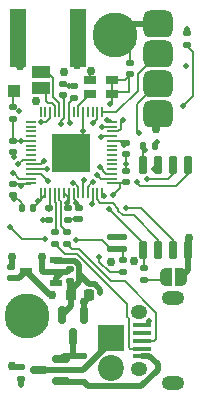
<source format=gbr>
%TF.GenerationSoftware,KiCad,Pcbnew,8.0.0*%
%TF.CreationDate,2025-01-24T21:55:31-08:00*%
%TF.ProjectId,Hope,486f7065-2e6b-4696-9361-645f70636258,rev?*%
%TF.SameCoordinates,Original*%
%TF.FileFunction,Copper,L1,Top*%
%TF.FilePolarity,Positive*%
%FSLAX46Y46*%
G04 Gerber Fmt 4.6, Leading zero omitted, Abs format (unit mm)*
G04 Created by KiCad (PCBNEW 8.0.0) date 2025-01-24 21:55:31*
%MOMM*%
%LPD*%
G01*
G04 APERTURE LIST*
G04 Aperture macros list*
%AMRoundRect*
0 Rectangle with rounded corners*
0 $1 Rounding radius*
0 $2 $3 $4 $5 $6 $7 $8 $9 X,Y pos of 4 corners*
0 Add a 4 corners polygon primitive as box body*
4,1,4,$2,$3,$4,$5,$6,$7,$8,$9,$2,$3,0*
0 Add four circle primitives for the rounded corners*
1,1,$1+$1,$2,$3*
1,1,$1+$1,$4,$5*
1,1,$1+$1,$6,$7*
1,1,$1+$1,$8,$9*
0 Add four rect primitives between the rounded corners*
20,1,$1+$1,$2,$3,$4,$5,0*
20,1,$1+$1,$4,$5,$6,$7,0*
20,1,$1+$1,$6,$7,$8,$9,0*
20,1,$1+$1,$8,$9,$2,$3,0*%
%AMFreePoly0*
4,1,19,0.500000,-0.750000,0.000000,-0.750000,0.000000,-0.744911,-0.071157,-0.744911,-0.207708,-0.704816,-0.327430,-0.627875,-0.420627,-0.520320,-0.479746,-0.390866,-0.500000,-0.250000,-0.500000,0.250000,-0.479746,0.390866,-0.420627,0.520320,-0.327430,0.627875,-0.207708,0.704816,-0.071157,0.744911,0.000000,0.744911,0.000000,0.750000,0.500000,0.750000,0.500000,-0.750000,0.500000,-0.750000,
$1*%
%AMFreePoly1*
4,1,19,0.000000,0.744911,0.071157,0.744911,0.207708,0.704816,0.327430,0.627875,0.420627,0.520320,0.479746,0.390866,0.500000,0.250000,0.500000,-0.250000,0.479746,-0.390866,0.420627,-0.520320,0.327430,-0.627875,0.207708,-0.704816,0.071157,-0.744911,0.000000,-0.744911,0.000000,-0.750000,-0.500000,-0.750000,-0.500000,0.750000,0.000000,0.750000,0.000000,0.744911,0.000000,0.744911,
$1*%
G04 Aperture macros list end*
%TA.AperFunction,SMDPad,CuDef*%
%ADD10FreePoly0,180.000000*%
%TD*%
%TA.AperFunction,SMDPad,CuDef*%
%ADD11FreePoly1,180.000000*%
%TD*%
%TA.AperFunction,SMDPad,CuDef*%
%ADD12RoundRect,0.140000X-0.170000X0.140000X-0.170000X-0.140000X0.170000X-0.140000X0.170000X0.140000X0*%
%TD*%
%TA.AperFunction,SMDPad,CuDef*%
%ADD13RoundRect,0.140000X0.170000X-0.140000X0.170000X0.140000X-0.170000X0.140000X-0.170000X-0.140000X0*%
%TD*%
%TA.AperFunction,SMDPad,CuDef*%
%ADD14RoundRect,0.135000X0.185000X-0.135000X0.185000X0.135000X-0.185000X0.135000X-0.185000X-0.135000X0*%
%TD*%
%TA.AperFunction,SMDPad,CuDef*%
%ADD15R,1.000000X1.000000*%
%TD*%
%TA.AperFunction,SMDPad,CuDef*%
%ADD16RoundRect,0.571500X0.678500X-0.571500X0.678500X0.571500X-0.678500X0.571500X-0.678500X-0.571500X0*%
%TD*%
%TA.AperFunction,SMDPad,CuDef*%
%ADD17RoundRect,0.150000X0.587500X0.150000X-0.587500X0.150000X-0.587500X-0.150000X0.587500X-0.150000X0*%
%TD*%
%TA.AperFunction,SMDPad,CuDef*%
%ADD18RoundRect,0.125000X-0.125000X0.125000X-0.125000X-0.125000X0.125000X-0.125000X0.125000X0.125000X0*%
%TD*%
%TA.AperFunction,SMDPad,CuDef*%
%ADD19RoundRect,0.135000X-0.185000X0.135000X-0.185000X-0.135000X0.185000X-0.135000X0.185000X0.135000X0*%
%TD*%
%TA.AperFunction,SMDPad,CuDef*%
%ADD20R,1.500000X1.000000*%
%TD*%
%TA.AperFunction,SMDPad,CuDef*%
%ADD21RoundRect,0.140000X-0.140000X-0.170000X0.140000X-0.170000X0.140000X0.170000X-0.140000X0.170000X0*%
%TD*%
%TA.AperFunction,SMDPad,CuDef*%
%ADD22RoundRect,0.150000X0.150000X-0.650000X0.150000X0.650000X-0.150000X0.650000X-0.150000X-0.650000X0*%
%TD*%
%TA.AperFunction,SMDPad,CuDef*%
%ADD23RoundRect,0.150000X-0.150000X0.587500X-0.150000X-0.587500X0.150000X-0.587500X0.150000X0.587500X0*%
%TD*%
%TA.AperFunction,ComponentPad*%
%ADD24C,3.800000*%
%TD*%
%TA.AperFunction,SMDPad,CuDef*%
%ADD25R,1.000000X0.800000*%
%TD*%
%TA.AperFunction,SMDPad,CuDef*%
%ADD26RoundRect,0.050000X0.387500X0.050000X-0.387500X0.050000X-0.387500X-0.050000X0.387500X-0.050000X0*%
%TD*%
%TA.AperFunction,SMDPad,CuDef*%
%ADD27RoundRect,0.050000X0.050000X0.387500X-0.050000X0.387500X-0.050000X-0.387500X0.050000X-0.387500X0*%
%TD*%
%TA.AperFunction,HeatsinkPad*%
%ADD28R,3.200000X3.200000*%
%TD*%
%TA.AperFunction,SMDPad,CuDef*%
%ADD29R,1.600000X0.400000*%
%TD*%
%TA.AperFunction,ComponentPad*%
%ADD30O,1.400000X1.200000*%
%TD*%
%TA.AperFunction,ComponentPad*%
%ADD31O,1.900000X1.200000*%
%TD*%
%TA.AperFunction,SMDPad,CuDef*%
%ADD32R,1.070000X0.600000*%
%TD*%
%TA.AperFunction,SMDPad,CuDef*%
%ADD33RoundRect,0.225000X-0.225000X-0.250000X0.225000X-0.250000X0.225000X0.250000X-0.225000X0.250000X0*%
%TD*%
%TA.AperFunction,SMDPad,CuDef*%
%ADD34RoundRect,0.140000X0.140000X0.170000X-0.140000X0.170000X-0.140000X-0.170000X0.140000X-0.170000X0*%
%TD*%
%TA.AperFunction,ComponentPad*%
%ADD35R,2.200000X2.200000*%
%TD*%
%TA.AperFunction,ComponentPad*%
%ADD36C,2.200000*%
%TD*%
%TA.AperFunction,SMDPad,CuDef*%
%ADD37R,1.400000X5.000000*%
%TD*%
%TA.AperFunction,ViaPad*%
%ADD38C,0.500000*%
%TD*%
%TA.AperFunction,ViaPad*%
%ADD39C,0.750000*%
%TD*%
%TA.AperFunction,Conductor*%
%ADD40C,0.500000*%
%TD*%
%TA.AperFunction,Conductor*%
%ADD41C,0.200000*%
%TD*%
G04 APERTURE END LIST*
D10*
%TO.P,J3,1,Pin_1*%
%TO.N,GND*%
X15377901Y10219660D03*
D11*
%TO.P,J3,2,Pin_2*%
%TO.N,/MCU/BOOTSEL*%
X14077901Y10219660D03*
%TD*%
D12*
%TO.P,C11,1*%
%TO.N,+3V3*%
X1168400Y18107600D03*
%TO.P,C11,2*%
%TO.N,GND*%
X1168400Y17147600D03*
%TD*%
D13*
%TO.P,C8,1*%
%TO.N,+3V3*%
X10718800Y18265200D03*
%TO.P,C8,2*%
%TO.N,GND*%
X10718800Y19225200D03*
%TD*%
%TO.P,C5,1*%
%TO.N,+3V3*%
X11074400Y27383800D03*
%TO.P,C5,2*%
%TO.N,GND*%
X11074400Y28343800D03*
%TD*%
D14*
%TO.P,R2,1*%
%TO.N,/MCU/USB_D+*%
X5689600Y13030800D03*
%TO.P,R2,2*%
%TO.N,/MCU/RP USB_D+*%
X5689600Y14050800D03*
%TD*%
D15*
%TO.P,TP1,1,1*%
%TO.N,/MCU/RUN*%
X1219200Y26009600D03*
%TD*%
D14*
%TO.P,R4,1*%
%TO.N,+3V3*%
X1168400Y23569200D03*
%TO.P,R4,2*%
%TO.N,/MCU/RUN*%
X1168400Y24589200D03*
%TD*%
D16*
%TO.P,J7,1,Pin_1*%
%TO.N,+3V3*%
X13385800Y24015700D03*
%TO.P,J7,2,Pin_2*%
%TO.N,/MCU/GPS_RX*%
X13385800Y26581100D03*
%TO.P,J7,3,Pin_3*%
%TO.N,/MCU/GPS_TX*%
X13385800Y29121100D03*
%TO.P,J7,4,Pin_4*%
%TO.N,GND*%
X13385800Y31661100D03*
%TD*%
D13*
%TO.P,C16,1*%
%TO.N,/MCU/BATT SENSE *%
X9448800Y12626400D03*
%TO.P,C16,2*%
%TO.N,GND*%
X9448800Y13586400D03*
%TD*%
%TO.P,C14,1*%
%TO.N,+3V3*%
X939800Y10111800D03*
%TO.P,C14,2*%
%TO.N,GND*%
X939800Y11071800D03*
%TD*%
D17*
%TO.P,Q1,1,G*%
%TO.N,VBUS*%
X5204700Y1423500D03*
%TO.P,Q1,2,S*%
%TO.N,Net-(D3-K)*%
X5204700Y3323500D03*
%TO.P,Q1,3,D*%
%TO.N,/Power/BATT POSTSW*%
X3329700Y2373500D03*
%TD*%
D18*
%TO.P,D3,1,K*%
%TO.N,Net-(D3-K)*%
X7162800Y3538400D03*
%TO.P,D3,2,A*%
%TO.N,VBUS*%
X7162800Y1338400D03*
%TD*%
D14*
%TO.P,R5,1*%
%TO.N,/MCU/LEDINDICATION*%
X15875000Y29893800D03*
%TO.P,R5,2*%
%TO.N,Net-(D1-K)*%
X15875000Y30913800D03*
%TD*%
D12*
%TO.P,C12,1*%
%TO.N,+3V3*%
X5791200Y16052800D03*
%TO.P,C12,2*%
%TO.N,GND*%
X5791200Y15092800D03*
%TD*%
D14*
%TO.P,R8,1*%
%TO.N,+BATT*%
X10416000Y10615200D03*
%TO.P,R8,2*%
%TO.N,/MCU/BATT SENSE *%
X10416000Y11635200D03*
%TD*%
D19*
%TO.P,R1,1*%
%TO.N,/MCU/QSPI_SS*%
X12242800Y11025600D03*
%TO.P,R1,2*%
%TO.N,/MCU/BOOTSEL*%
X12242800Y10005600D03*
%TD*%
D20*
%TO.P,J2,1,Pin_1*%
%TO.N,/MCU/SWCLK*%
X3505200Y27563600D03*
%TO.P,J2,2,Pin_2*%
%TO.N,/MCU/SWD*%
X3505200Y26263600D03*
%TD*%
D21*
%TO.P,C3,1*%
%TO.N,+3V3*%
X12169200Y21313200D03*
%TO.P,C3,2*%
%TO.N,GND*%
X13129200Y21313200D03*
%TD*%
D13*
%TO.P,C9,1*%
%TO.N,+3V3*%
X6299200Y25428000D03*
%TO.P,C9,2*%
%TO.N,GND*%
X6299200Y26388000D03*
%TD*%
%TO.P,C2,1*%
%TO.N,+1V1*%
X5334000Y25631200D03*
%TO.P,C2,2*%
%TO.N,GND*%
X5334000Y26591200D03*
%TD*%
D22*
%TO.P,U1,1,~{CS}*%
%TO.N,/MCU/QSPI_SS*%
X12166600Y12554400D03*
%TO.P,U1,2,DO(IO1)*%
%TO.N,/MCU/QSPI_SD1*%
X13436600Y12554400D03*
%TO.P,U1,3,IO2*%
%TO.N,/MCU/QSPI_SD2*%
X14706600Y12554400D03*
%TO.P,U1,4,GND*%
%TO.N,GND*%
X15976600Y12554400D03*
%TO.P,U1,5,DI(IO0)*%
%TO.N,/MCU/QSPI_SDO*%
X15976600Y19754400D03*
%TO.P,U1,6,CLK*%
%TO.N,/MCU/QSPI_SCLK*%
X14706600Y19754400D03*
%TO.P,U1,7,IO3*%
%TO.N,/MCU/QSPI_SD3*%
X13436600Y19754400D03*
%TO.P,U1,8,VCC*%
%TO.N,+3V3*%
X12166600Y19754400D03*
%TD*%
D23*
%TO.P,Q2,1,G*%
%TO.N,GND*%
X7147600Y7005800D03*
%TO.P,Q2,2,S*%
%TO.N,+BATT*%
X5247600Y7005800D03*
%TO.P,Q2,3,D*%
%TO.N,Net-(D3-K)*%
X6197600Y5130800D03*
%TD*%
D24*
%TO.P,H4,1,1*%
%TO.N,GND*%
X2336800Y6908800D03*
%TD*%
D14*
%TO.P,R9,1*%
%TO.N,/MCU/BATT SENSE *%
X10464800Y12596400D03*
%TO.P,R9,2*%
%TO.N,GND*%
X10464800Y13616400D03*
%TD*%
D25*
%TO.P,X1,1,OE/NC*%
%TO.N,+3V3*%
X9490400Y26932800D03*
%TO.P,X1,2,GND*%
%TO.N,GND*%
X7690400Y26932800D03*
%TO.P,X1,3,OUT*%
%TO.N,/MCU/XIN*%
X7690400Y25732800D03*
%TO.P,X1,4,VDD*%
%TO.N,+3V3*%
X9490400Y25732800D03*
%TD*%
D26*
%TO.P,U2,1,IOVDD*%
%TO.N,+3V3*%
X9505100Y18165200D03*
%TO.P,U2,2,GPIO0*%
%TO.N,/MCU/DIO3*%
X9505100Y18565200D03*
%TO.P,U2,3,GPIO1*%
%TO.N,/MCU/DIO2*%
X9505100Y18965200D03*
%TO.P,U2,4,GPIO2*%
%TO.N,unconnected-(U2-GPIO2-Pad4)*%
X9505100Y19365200D03*
%TO.P,U2,5,GPIO3*%
%TO.N,unconnected-(U2-GPIO3-Pad5)*%
X9505100Y19765200D03*
%TO.P,U2,6,GPIO4*%
%TO.N,unconnected-(U2-GPIO4-Pad6)*%
X9505100Y20165200D03*
%TO.P,U2,7,GPIO5*%
%TO.N,unconnected-(U2-GPIO5-Pad7)*%
X9505100Y20565200D03*
%TO.P,U2,8,GPIO6*%
%TO.N,unconnected-(U2-GPIO6-Pad8)*%
X9505100Y20965200D03*
%TO.P,U2,9,GPIO7*%
%TO.N,unconnected-(U2-GPIO7-Pad9)*%
X9505100Y21365200D03*
%TO.P,U2,10,IOVDD*%
%TO.N,+3V3*%
X9505100Y21765200D03*
%TO.P,U2,11,GPIO8*%
%TO.N,/MCU/LEDINDICATION*%
X9505100Y22165200D03*
%TO.P,U2,12,GPIO9*%
%TO.N,/MCU/DIO1*%
X9505100Y22565200D03*
%TO.P,U2,13,GPIO10*%
%TO.N,/MCU/BUSY*%
X9505100Y22965200D03*
%TO.P,U2,14,GPIO11*%
%TO.N,/MCU/TXCOEN*%
X9505100Y23365200D03*
D27*
%TO.P,U2,15,GPIO12*%
%TO.N,/MCU/GPS_TX*%
X8667600Y24202700D03*
%TO.P,U2,16,GPIO13*%
%TO.N,/MCU/GPS_RX*%
X8267600Y24202700D03*
%TO.P,U2,17,GPIO14*%
%TO.N,unconnected-(U2-GPIO14-Pad17)*%
X7867600Y24202700D03*
%TO.P,U2,18,GPIO15*%
%TO.N,unconnected-(U2-GPIO15-Pad18)*%
X7467600Y24202700D03*
%TO.P,U2,19,TESTEN*%
%TO.N,GND*%
X7067600Y24202700D03*
%TO.P,U2,20,XIN*%
%TO.N,/MCU/XIN*%
X6667600Y24202700D03*
%TO.P,U2,21,XOUT*%
%TO.N,unconnected-(U2-XOUT-Pad21)*%
X6267600Y24202700D03*
%TO.P,U2,22,IOVDD*%
%TO.N,+3V3*%
X5867600Y24202700D03*
%TO.P,U2,23,DVDD*%
%TO.N,+1V1*%
X5467600Y24202700D03*
%TO.P,U2,24,SWCLK*%
%TO.N,/MCU/SWCLK*%
X5067600Y24202700D03*
%TO.P,U2,25,SWD*%
%TO.N,/MCU/SWD*%
X4667600Y24202700D03*
%TO.P,U2,26,RUN*%
%TO.N,/MCU/RUN*%
X4267600Y24202700D03*
%TO.P,U2,27,GPIO16*%
%TO.N,unconnected-(U2-GPIO16-Pad27)*%
X3867600Y24202700D03*
%TO.P,U2,28,GPIO17*%
%TO.N,/MCU/RST*%
X3467600Y24202700D03*
D26*
%TO.P,U2,29,GPIO18*%
%TO.N,unconnected-(U2-GPIO18-Pad29)*%
X2630100Y23365200D03*
%TO.P,U2,30,GPIO19*%
%TO.N,unconnected-(U2-GPIO19-Pad30)*%
X2630100Y22965200D03*
%TO.P,U2,31,GPIO20*%
%TO.N,unconnected-(U2-GPIO20-Pad31)*%
X2630100Y22565200D03*
%TO.P,U2,32,GPIO21*%
%TO.N,unconnected-(U2-GPIO21-Pad32)*%
X2630100Y22165200D03*
%TO.P,U2,33,IOVDD*%
%TO.N,+3V3*%
X2630100Y21765200D03*
%TO.P,U2,34,GPIO22*%
%TO.N,unconnected-(U2-GPIO22-Pad34)*%
X2630100Y21365200D03*
%TO.P,U2,35,GPIO23*%
%TO.N,unconnected-(U2-GPIO23-Pad35)*%
X2630100Y20965200D03*
%TO.P,U2,36,GPIO24*%
%TO.N,unconnected-(U2-GPIO24-Pad36)*%
X2630100Y20565200D03*
%TO.P,U2,37,GPIO25*%
%TO.N,/MCU/NSS*%
X2630100Y20165200D03*
%TO.P,U2,38,GPIO26_ADC0*%
%TO.N,/MCU/SCK*%
X2630100Y19765200D03*
%TO.P,U2,39,GPIO27_ADC1*%
%TO.N,/MCU/MOSI*%
X2630100Y19365200D03*
%TO.P,U2,40,GPIO28_ADC2*%
%TO.N,/MCU/MISO*%
X2630100Y18965200D03*
%TO.P,U2,41,GPIO29_ADC3*%
%TO.N,/MCU/BATT SENSE *%
X2630100Y18565200D03*
%TO.P,U2,42,IOVDD*%
%TO.N,+3V3*%
X2630100Y18165200D03*
D27*
%TO.P,U2,43,ADC_AVDD*%
X3467600Y17327700D03*
%TO.P,U2,44,VREG_IN*%
X3867600Y17327700D03*
%TO.P,U2,45,VREG_VOUT*%
%TO.N,+1V1*%
X4267600Y17327700D03*
%TO.P,U2,46,USB_DM*%
%TO.N,/MCU/RP USB_D-*%
X4667600Y17327700D03*
%TO.P,U2,47,USB_DP*%
%TO.N,/MCU/RP USB_D+*%
X5067600Y17327700D03*
%TO.P,U2,48,USB_VDD*%
%TO.N,+3V3*%
X5467600Y17327700D03*
%TO.P,U2,49,IOVDD*%
X5867600Y17327700D03*
%TO.P,U2,50,DVDD*%
%TO.N,+1V1*%
X6267600Y17327700D03*
%TO.P,U2,51,QSPI_SD3*%
%TO.N,/MCU/QSPI_SD3*%
X6667600Y17327700D03*
%TO.P,U2,52,QSPI_SCLK*%
%TO.N,/MCU/QSPI_SCLK*%
X7067600Y17327700D03*
%TO.P,U2,53,QSPI_SD0*%
%TO.N,/MCU/QSPI_SDO*%
X7467600Y17327700D03*
%TO.P,U2,54,QSPI_SD2*%
%TO.N,/MCU/QSPI_SD2*%
X7867600Y17327700D03*
%TO.P,U2,55,QSPI_SD1*%
%TO.N,/MCU/QSPI_SD1*%
X8267600Y17327700D03*
%TO.P,U2,56,QSPI_SS*%
%TO.N,/MCU/QSPI_SS*%
X8667600Y17327700D03*
D28*
%TO.P,U2,57,GND*%
%TO.N,GND*%
X6067600Y20765200D03*
%TD*%
D19*
%TO.P,R3,1*%
%TO.N,/MCU/RP USB_D-*%
X4675600Y14050800D03*
%TO.P,R3,2*%
%TO.N,/MCU/USB_D-*%
X4675600Y13030800D03*
%TD*%
D29*
%TO.P,J1,1,VBUS*%
%TO.N,VBUS*%
X12074700Y3526000D03*
%TO.P,J1,2,D-*%
%TO.N,/MCU/USB_D-*%
X12074700Y4176000D03*
%TO.P,J1,3,D+*%
%TO.N,/MCU/USB_D+*%
X12074700Y4826000D03*
%TO.P,J1,4,ID*%
%TO.N,unconnected-(J1-ID-Pad4)*%
X12074700Y5476000D03*
%TO.P,J1,5,GND*%
%TO.N,GND*%
X12064700Y6126000D03*
D30*
%TO.P,J1,6,Shield*%
%TO.N,unconnected-(J1-Shield-Pad6)*%
X11824700Y7246000D03*
%TO.P,J1,7*%
%TO.N,N/C*%
X11824700Y2406000D03*
D31*
%TO.P,J1,8*%
X14724700Y1226000D03*
%TO.P,J1,9*%
X14724700Y8426000D03*
%TD*%
D24*
%TO.P,H3,1,1*%
%TO.N,GND*%
X9753600Y30759400D03*
%TD*%
D12*
%TO.P,C1,1*%
%TO.N,+1V1*%
X6756400Y16075600D03*
%TO.P,C1,2*%
%TO.N,GND*%
X6756400Y15115600D03*
%TD*%
%TO.P,C4,1*%
%TO.N,+1V1*%
X4165600Y16052800D03*
%TO.P,C4,2*%
%TO.N,GND*%
X4165600Y15092800D03*
%TD*%
%TO.P,C10,1*%
%TO.N,+3V3*%
X1168400Y21765200D03*
%TO.P,C10,2*%
%TO.N,GND*%
X1168400Y20805200D03*
%TD*%
D13*
%TO.P,C13,1*%
%TO.N,+BATT*%
X5943600Y9934000D03*
%TO.P,C13,2*%
%TO.N,GND*%
X5943600Y10894000D03*
%TD*%
D32*
%TO.P,U3,1,GND*%
%TO.N,GND*%
X4749800Y9753600D03*
%TO.P,U3,2,Vin*%
%TO.N,+BATT*%
X4749800Y11653600D03*
%TO.P,U3,3,Vout*%
%TO.N,+3V3*%
X2269800Y10703600D03*
%TD*%
D12*
%TO.P,C7,1*%
%TO.N,+3V3*%
X10668000Y21612800D03*
%TO.P,C7,2*%
%TO.N,GND*%
X10668000Y20652800D03*
%TD*%
D33*
%TO.P,C15,1*%
%TO.N,+BATT*%
X6032200Y8686800D03*
%TO.P,C15,2*%
%TO.N,GND*%
X7582200Y8686800D03*
%TD*%
D14*
%TO.P,R7,1*%
%TO.N,Net-(D2-A)*%
X1778000Y1623600D03*
%TO.P,R7,2*%
%TO.N,+3V3*%
X1778000Y2643600D03*
%TD*%
D34*
%TO.P,C6,1*%
%TO.N,+3V3*%
X2816800Y16103600D03*
%TO.P,C6,2*%
%TO.N,GND*%
X1856800Y16103600D03*
%TD*%
D35*
%TO.P,J4,1,Pin_1*%
%TO.N,/Power/BATT POSTSW*%
X9448800Y5080000D03*
D36*
%TO.P,J4,2,Pin_2*%
%TO.N,GND*%
X9448800Y2540000D03*
%TD*%
D37*
%TO.P,AE1,2,Shield*%
%TO.N,GND*%
X6664800Y30429200D03*
X1564800Y30429200D03*
%TD*%
D38*
%TO.N,GND*%
X7067600Y22555200D03*
X1219200Y20421600D03*
X12629688Y6467866D03*
X13287311Y21637067D03*
D39*
X3085000Y25159179D03*
X7147600Y8128000D03*
X9398000Y11480800D03*
X5435600Y27584400D03*
D38*
X5152619Y21864622D03*
D39*
X3631798Y11913802D03*
X7721600Y27686000D03*
D38*
X6350000Y15115600D03*
X5842000Y26388000D03*
D39*
X6553200Y28194000D03*
D38*
X10670063Y19819140D03*
D39*
X1727200Y28092400D03*
D38*
X10007600Y13616400D03*
X3708400Y15087600D03*
D39*
X16002000Y13512800D03*
D38*
X1205813Y16837144D03*
D39*
X1016000Y11913802D03*
D38*
X7206084Y21975989D03*
%TO.N,+1V1*%
X6493282Y16455476D03*
X5232400Y23215600D03*
X4224963Y15998331D03*
%TO.N,+3V3*%
X15798800Y28092400D03*
D39*
X4419600Y8686800D03*
D38*
X5749166Y16491803D03*
D39*
X1039217Y2719761D03*
X13284200Y22733000D03*
D38*
X9321800Y24888798D03*
X10552781Y21419140D03*
X1778000Y17965200D03*
X12298765Y20960165D03*
D39*
X11351686Y11608280D03*
D38*
X5951135Y23309665D03*
X9603324Y17183347D03*
X1828800Y21765200D03*
X3230642Y16630358D03*
%TO.N,+BATT*%
X8534400Y8839200D03*
X8432800Y11938000D03*
%TO.N,Net-(D1-K)*%
X15849600Y31242000D03*
%TO.N,Net-(D2-A)*%
X1828800Y1117600D03*
%TO.N,/MCU/QSPI_SS*%
X8859914Y17084121D03*
X9296400Y15951200D03*
%TO.N,/MCU/RUN*%
X1676400Y24292000D03*
X3517600Y23315340D03*
%TO.N,/MCU/LEDINDICATION*%
X8626400Y22098000D03*
X15494000Y24688800D03*
%TO.N,/MCU/DIO2*%
X8477739Y19570375D03*
%TO.N,/MCU/BUSY*%
X8686800Y22961600D03*
%TO.N,/MCU/DIO3*%
X8280400Y18897600D03*
%TO.N,/MCU/SCK*%
X3746144Y20014104D03*
%TO.N,/MCU/NSS*%
X1574800Y19761200D03*
%TO.N,/MCU/MISO*%
X4134468Y18358474D03*
%TO.N,/MCU/TXCOEN*%
X9117093Y23515200D03*
%TO.N,/MCU/MOSI*%
X4001164Y19340308D03*
%TO.N,/MCU/DIO1*%
X10423932Y23504400D03*
%TO.N,/MCU/QSPI_SD2*%
X10665580Y16050380D03*
X7810482Y16405197D03*
%TO.N,/MCU/QSPI_SCLK*%
X12446000Y18504920D03*
X7167850Y18418088D03*
%TO.N,/MCU/QSPI_SD3*%
X13055600Y19354800D03*
X6251826Y18215200D03*
%TO.N,/MCU/QSPI_SDO*%
X7924800Y18237200D03*
X11633200Y18237196D03*
%TO.N,/MCU/BATT SENSE *%
X6495470Y13365046D03*
X1168400Y18999200D03*
X3810000Y13411200D03*
X863600Y14478000D03*
%TO.N,/MCU/GPS_RX*%
X11836400Y22453600D03*
X7924800Y23266400D03*
%TD*%
D40*
%TO.N,GND*%
X1016000Y11148000D02*
X1016000Y11913802D01*
D41*
X7690400Y26932800D02*
X7690400Y27654800D01*
D40*
X3631798Y10743002D02*
X3631798Y11913802D01*
D41*
X11074400Y29438600D02*
X9753600Y30759400D01*
X1856800Y16459200D02*
X1168400Y17147600D01*
X7067600Y22114473D02*
X7206084Y21975989D01*
D40*
X15976600Y13487400D02*
X16002000Y13512800D01*
D41*
X939800Y10972800D02*
X965200Y10947400D01*
X10668000Y19821203D02*
X10670063Y19819140D01*
X5334000Y26388000D02*
X6299200Y26388000D01*
X7067600Y24202700D02*
X7067600Y22555200D01*
D40*
X7582200Y8562600D02*
X7147600Y8128000D01*
D41*
X3713600Y15092800D02*
X3708400Y15087600D01*
D40*
X7582200Y8686800D02*
X7582200Y8562600D01*
X7147600Y7005800D02*
X7147600Y8128000D01*
D41*
X10718800Y19225200D02*
X10718800Y19770403D01*
X6067600Y20765200D02*
X7067600Y21765200D01*
X5814000Y15115600D02*
X5791200Y15092800D01*
D40*
X15976600Y10818359D02*
X15377901Y10219660D01*
D41*
X10718800Y19770403D02*
X10670063Y19819140D01*
X12064700Y6126000D02*
X12287822Y6126000D01*
D40*
X5283200Y10668000D02*
X4749800Y10134600D01*
D41*
X7067600Y21765200D02*
X7067600Y21837505D01*
D40*
X5943600Y10894000D02*
X5717600Y10668000D01*
D41*
X7067600Y22555200D02*
X7067600Y22114473D01*
X7690400Y27654800D02*
X7721600Y27686000D01*
D40*
X5283200Y10668000D02*
X4706800Y10668000D01*
X15976600Y12554400D02*
X15976600Y10818359D01*
D41*
X1168400Y20472400D02*
X1219200Y20421600D01*
X10668000Y20652800D02*
X10668000Y19821203D01*
X13129200Y21313200D02*
X13129200Y21478956D01*
X1168400Y20805200D02*
X1168400Y20472400D01*
X939800Y11071800D02*
X939800Y10972800D01*
X6756400Y15115600D02*
X5814000Y15115600D01*
X13129200Y21478956D02*
X13287311Y21637067D01*
X4165600Y15092800D02*
X3713600Y15092800D01*
X7067600Y21837505D02*
X7206084Y21975989D01*
X11074400Y28343800D02*
X11074400Y29438600D01*
D40*
X10464800Y13616400D02*
X9478800Y13616400D01*
X939800Y11071800D02*
X1016000Y11148000D01*
D41*
X1856800Y16103600D02*
X1856800Y16459200D01*
D40*
X5717600Y10668000D02*
X5283200Y10668000D01*
X3706800Y10668000D02*
X3631798Y10743002D01*
X9478800Y13616400D02*
X9448800Y13586400D01*
D41*
X12287822Y6126000D02*
X12629688Y6467866D01*
D40*
X15976600Y12554400D02*
X15976600Y13487400D01*
X4749800Y10134600D02*
X4749800Y9753600D01*
X13385800Y31661100D02*
X10655300Y31661100D01*
X10655300Y31661100D02*
X9753600Y30759400D01*
X4706800Y10668000D02*
X3706800Y10668000D01*
D41*
%TO.N,+1V1*%
X6450720Y16610720D02*
X6267600Y16793840D01*
X6756400Y16305040D02*
X6450720Y16610720D01*
X4267600Y16154800D02*
X4267600Y16662400D01*
X5467600Y24202700D02*
X5467600Y25294400D01*
X5467600Y24202700D02*
X5467600Y23668840D01*
X4267600Y16040968D02*
X4224963Y15998331D01*
X6450720Y16610720D02*
X6493282Y16568158D01*
X6267600Y16793840D02*
X6267600Y17327700D01*
X5467600Y23668840D02*
X5232400Y23433640D01*
X6493282Y16568158D02*
X6493282Y16455476D01*
X6756400Y16075600D02*
X6756400Y16305040D01*
X4165600Y16052800D02*
X4267600Y16154800D01*
X4267600Y16662400D02*
X4267600Y17327700D01*
X4267600Y16662400D02*
X4267600Y16040968D01*
X5467600Y25294400D02*
X5334000Y25428000D01*
X5232400Y23433640D02*
X5232400Y23215600D01*
%TO.N,+3V3*%
X2572500Y18107600D02*
X2630100Y18165200D01*
D40*
X1778000Y2643600D02*
X1115378Y2643600D01*
D41*
X10160000Y17740023D02*
X9603324Y17183347D01*
X2630100Y21765200D02*
X1828800Y21765200D01*
X5791200Y17004100D02*
X5791200Y16052800D01*
X9490400Y26932800D02*
X10623400Y26932800D01*
X10978400Y25922000D02*
X10978400Y27287800D01*
X9505100Y21765200D02*
X10109200Y21765200D01*
D40*
X1115378Y2643600D02*
X1039217Y2719761D01*
D41*
X3467600Y16754400D02*
X2816800Y16103600D01*
X10160000Y18165200D02*
X10160000Y17740023D01*
X12166600Y20828000D02*
X12298765Y20960165D01*
X5867600Y17327700D02*
X5867600Y16610237D01*
X10206721Y21765200D02*
X10552781Y21419140D01*
X5867600Y24996400D02*
X5867600Y24202700D01*
X3467600Y17327700D02*
X3467600Y16754400D01*
X5867600Y23393200D02*
X5951135Y23309665D01*
X10978400Y27287800D02*
X11074400Y27383800D01*
D40*
X13284200Y23149800D02*
X13284200Y22733000D01*
D41*
X12166600Y19754400D02*
X12166600Y20828000D01*
X5867600Y24202700D02*
X5867600Y23393200D01*
X9679600Y25922000D02*
X9490400Y25732800D01*
D40*
X4286600Y8686800D02*
X4419600Y8686800D01*
D41*
X1168400Y21765200D02*
X1168400Y23569200D01*
X10109200Y21765200D02*
X10515600Y21765200D01*
X9490400Y25057398D02*
X9490400Y25732800D01*
X10515600Y21765200D02*
X10668000Y21612800D01*
D40*
X1627200Y10111800D02*
X1678000Y10111800D01*
D41*
X3867600Y17327700D02*
X3867600Y17154400D01*
X5791200Y16052800D02*
X5791200Y16449769D01*
X9321800Y24888798D02*
X9490400Y25057398D01*
X10160000Y18165200D02*
X9505100Y18165200D01*
D40*
X1627200Y10111800D02*
X939800Y10111800D01*
D41*
X12169200Y21089730D02*
X12298765Y20960165D01*
X12080800Y21401600D02*
X12169200Y21313200D01*
X1168400Y18107600D02*
X2572500Y18107600D01*
X10618800Y18165200D02*
X10160000Y18165200D01*
X5867600Y16610237D02*
X5749166Y16491803D01*
X3867600Y17154400D02*
X2816800Y16103600D01*
X9490400Y26932800D02*
X9490400Y25732800D01*
X10718800Y18265200D02*
X10618800Y18165200D01*
X10978400Y25922000D02*
X9679600Y25922000D01*
D40*
X2269800Y10703600D02*
X4286600Y8686800D01*
D41*
X5791200Y16449769D02*
X5749166Y16491803D01*
D40*
X1678000Y10111800D02*
X2269800Y10703600D01*
D41*
X10623400Y26932800D02*
X11074400Y27383800D01*
X5467600Y17327700D02*
X5791200Y17004100D01*
X10109200Y21765200D02*
X10206721Y21765200D01*
X6299200Y25428000D02*
X5867600Y24996400D01*
X1168400Y21765200D02*
X1828800Y21765200D01*
X12169200Y21313200D02*
X12169200Y21089730D01*
%TO.N,+BATT*%
X10416000Y10615200D02*
X9309005Y10615200D01*
D40*
X4706800Y11618000D02*
X4712800Y11624000D01*
D41*
X9309005Y10615200D02*
X8432800Y11491405D01*
D40*
X8093028Y9611800D02*
X8534400Y9170428D01*
X6032200Y9161800D02*
X6032200Y8686800D01*
X4712800Y11624000D02*
X6361866Y11624000D01*
X5943600Y9934000D02*
X5943600Y8775400D01*
X8534400Y9170428D02*
X8534400Y8839200D01*
X6032200Y7790400D02*
X5247600Y7005800D01*
X6361866Y11624000D02*
X6705600Y11280266D01*
X7558600Y9611800D02*
X8093028Y9611800D01*
X6705600Y10464800D02*
X6705600Y9835200D01*
D41*
X8432800Y11491405D02*
X8432800Y11938000D01*
D40*
X6705600Y9835200D02*
X6032200Y9161800D01*
X5943600Y8775400D02*
X6032200Y8686800D01*
X6705600Y11280266D02*
X6705600Y10464800D01*
X6705600Y10464800D02*
X7558600Y9611800D01*
X6032200Y8686800D02*
X6032200Y7790400D01*
%TO.N,Net-(D2-A)*%
X1778000Y1168400D02*
X1828800Y1117600D01*
X1778000Y1623600D02*
X1778000Y1168400D01*
%TO.N,Net-(D3-K)*%
X7162800Y3538400D02*
X6197600Y3538400D01*
X5419600Y3538400D02*
X5204700Y3323500D01*
X6197600Y3538400D02*
X5419600Y3538400D01*
X6197600Y5130800D02*
X6197600Y3538400D01*
%TO.N,VBUS*%
X13374700Y2826000D02*
X13374700Y2371076D01*
X5289800Y1338400D02*
X5204700Y1423500D01*
X7162800Y1338400D02*
X5289800Y1338400D01*
X7511200Y990000D02*
X7162800Y1338400D01*
X12674700Y3526000D02*
X13374700Y2826000D01*
X11993624Y990000D02*
X7511200Y990000D01*
X13374700Y2371076D02*
X11993624Y990000D01*
X12074700Y3526000D02*
X12674700Y3526000D01*
D41*
%TO.N,/MCU/USB_D-*%
X10922000Y4328700D02*
X11074700Y4176000D01*
X11074700Y4176000D02*
X12074700Y4176000D01*
X6589684Y12174000D02*
X10824700Y7938984D01*
X10824700Y7938984D02*
X10824700Y6873208D01*
X4675600Y13030800D02*
X5532400Y12174000D01*
X10824700Y6873208D02*
X10922000Y6775908D01*
X10922000Y6775908D02*
X10922000Y4328700D01*
X5532400Y12174000D02*
X6589684Y12174000D01*
%TO.N,/MCU/USB_D+*%
X13229688Y7213804D02*
X10581692Y9861800D01*
X10581692Y9861800D02*
X9467569Y9861800D01*
X6146400Y12574000D02*
X5689600Y13030800D01*
X12074700Y4826000D02*
X13074700Y4826000D01*
X6755369Y12574000D02*
X6146400Y12574000D01*
X13229688Y4980988D02*
X13229688Y7213804D01*
X9467569Y9861800D02*
X6755369Y12574000D01*
X13074700Y4826000D02*
X13229688Y4980988D01*
%TO.N,/MCU/SWCLK*%
X4555200Y25473866D02*
X4555200Y27063600D01*
X5067600Y24961466D02*
X4555200Y25473866D01*
X4555200Y27063600D02*
X4055200Y27563600D01*
X4055200Y27563600D02*
X3505200Y27563600D01*
X5067600Y24202700D02*
X5067600Y24961466D01*
%TO.N,/MCU/SWD*%
X3911600Y25857200D02*
X3911600Y25101200D01*
X4072600Y24940200D02*
X4463960Y24940200D01*
X3505200Y26263600D02*
X3911600Y25857200D01*
X4463960Y24940200D02*
X4667600Y24736560D01*
X4667600Y24736560D02*
X4667600Y24202700D01*
X3911600Y25101200D02*
X4072600Y24940200D01*
%TO.N,/MCU/BOOTSEL*%
X12242800Y10005600D02*
X13863841Y10005600D01*
X13863841Y10005600D02*
X14077901Y10219660D01*
D40*
%TO.N,/Power/BATT POSTSW*%
X9448800Y4673600D02*
X9390368Y4673600D01*
X9390368Y4673600D02*
X7090268Y2373500D01*
X7090268Y2373500D02*
X3329700Y2373500D01*
D41*
%TO.N,/MCU/QSPI_SS*%
X12166600Y12554400D02*
X12166600Y13081000D01*
X8667600Y17327700D02*
X8859914Y17135386D01*
X8859914Y17135386D02*
X8859914Y17084121D01*
X12242800Y12478200D02*
X12166600Y12554400D01*
X12166600Y13081000D02*
X9296400Y15951200D01*
X12242800Y11025600D02*
X12242800Y12478200D01*
%TO.N,/MCU/RP USB_D+*%
X5689600Y14050800D02*
X5175600Y14564800D01*
X5175600Y14564800D02*
X5175600Y16679687D01*
X5067600Y16787687D02*
X5067600Y17327700D01*
X5175600Y16679687D02*
X5067600Y16787687D01*
%TO.N,/MCU/RP USB_D-*%
X4667600Y17327700D02*
X4667600Y16622001D01*
X4775600Y16514001D02*
X4775600Y14150800D01*
X4775600Y14150800D02*
X4675600Y14050800D01*
X4667600Y16622001D02*
X4775600Y16514001D01*
%TO.N,/MCU/RUN*%
X3914100Y23315340D02*
X3517600Y23315340D01*
X4267600Y23668840D02*
X3914100Y23315340D01*
X4267600Y24202700D02*
X4267600Y23668840D01*
X1168400Y25958800D02*
X1219200Y26009600D01*
X1168400Y24589200D02*
X1168400Y25958800D01*
%TO.N,/MCU/LEDINDICATION*%
X16348800Y29267600D02*
X15849600Y29766800D01*
X8693600Y22165200D02*
X8626400Y22098000D01*
X9505100Y22165200D02*
X8693600Y22165200D01*
X16348800Y25543600D02*
X16348800Y29267600D01*
X15494000Y24688800D02*
X16348800Y25543600D01*
%TO.N,/MCU/DIO2*%
X8767600Y19168840D02*
X8767600Y19280514D01*
X9505100Y18965200D02*
X8971240Y18965200D01*
X8971240Y18965200D02*
X8767600Y19168840D01*
X8767600Y19280514D02*
X8477739Y19570375D01*
%TO.N,/MCU/BUSY*%
X9505100Y22965200D02*
X8690400Y22965200D01*
X8690400Y22965200D02*
X8686800Y22961600D01*
%TO.N,/MCU/DIO3*%
X8612800Y18565200D02*
X8280400Y18897600D01*
X9505100Y18565200D02*
X8612800Y18565200D01*
%TO.N,/MCU/SCK*%
X2630100Y19765200D02*
X3497240Y19765200D01*
X3497240Y19765200D02*
X3746144Y20014104D01*
%TO.N,/MCU/NSS*%
X2630100Y20165200D02*
X1978800Y20165200D01*
X1978800Y20165200D02*
X1574800Y19761200D01*
%TO.N,/MCU/MISO*%
X2630100Y18965200D02*
X3527742Y18965200D01*
X3527742Y18965200D02*
X4134468Y18358474D01*
%TO.N,/MCU/TXCOEN*%
X9355100Y23515200D02*
X9505100Y23365200D01*
X9117093Y23515200D02*
X9355100Y23515200D01*
%TO.N,/MCU/MOSI*%
X3976272Y19365200D02*
X4001164Y19340308D01*
X2630100Y19365200D02*
X3976272Y19365200D01*
%TO.N,/MCU/DIO1*%
X10038960Y22565200D02*
X10242600Y22768840D01*
X10242600Y22768840D02*
X10242600Y23323068D01*
X10242600Y23323068D02*
X10423932Y23504400D01*
X9505100Y22565200D02*
X10038960Y22565200D01*
%TO.N,/MCU/QSPI_SD2*%
X7810482Y16405197D02*
X7867600Y16462315D01*
X12010619Y16050380D02*
X10665580Y16050380D01*
X7867600Y16462315D02*
X7867600Y17327700D01*
X14706600Y13354399D02*
X12010619Y16050380D01*
X14706600Y12554400D02*
X14706600Y13354399D01*
%TO.N,/MCU/QSPI_SCLK*%
X7067600Y18317838D02*
X7167850Y18418088D01*
X14257119Y18504920D02*
X12446000Y18504920D01*
X14706600Y19754400D02*
X14706600Y18954401D01*
X7067600Y17327700D02*
X7067600Y18317838D01*
X14706600Y18954401D02*
X14257119Y18504920D01*
%TO.N,/MCU/QSPI_SD3*%
X6291960Y18237200D02*
X6273826Y18237200D01*
X6667600Y17861560D02*
X6291960Y18237200D01*
X6273826Y18237200D02*
X6251826Y18215200D01*
X6667600Y17327700D02*
X6667600Y17861560D01*
%TO.N,/MCU/QSPI_SD1*%
X9570941Y16519600D02*
X8541840Y16519600D01*
X13436600Y12554400D02*
X13436600Y13354399D01*
X10065580Y16024961D02*
X9570941Y16519600D01*
X13436600Y13354399D02*
X11340619Y15450380D01*
X8541840Y16519600D02*
X8267600Y16793840D01*
X11340619Y15450380D02*
X10417051Y15450380D01*
X8267600Y16793840D02*
X8267600Y17327700D01*
X10417051Y15450380D02*
X10065580Y15801851D01*
X10065580Y15801851D02*
X10065580Y16024961D01*
%TO.N,/MCU/QSPI_SDO*%
X7467600Y17861560D02*
X7843240Y18237200D01*
X7843240Y18237200D02*
X7924800Y18237200D01*
X7467600Y17327700D02*
X7467600Y17861560D01*
X14977119Y17954920D02*
X15976600Y18954401D01*
X15976600Y18954401D02*
X15976600Y19754400D01*
X11633200Y18237196D02*
X11915476Y17954920D01*
X11915476Y17954920D02*
X14977119Y17954920D01*
%TO.N,/MCU/BATT SENSE *%
X1212934Y18999200D02*
X1168400Y18999200D01*
D40*
X10464800Y12596400D02*
X9478800Y12596400D01*
X9478800Y12596400D02*
X9448800Y12626400D01*
D41*
X2630100Y18565200D02*
X1646934Y18565200D01*
X1646934Y18565200D02*
X1212934Y18999200D01*
X10416000Y12547600D02*
X10464800Y12596400D01*
X1930400Y13411200D02*
X3810000Y13411200D01*
X10416000Y11635200D02*
X10416000Y12547600D01*
X9448800Y12626400D02*
X8710154Y13365046D01*
X863600Y14478000D02*
X1930400Y13411200D01*
X8710154Y13365046D02*
X6495470Y13365046D01*
%TO.N,/MCU/XIN*%
X7663840Y25732800D02*
X6667600Y24736560D01*
X7690400Y25732800D02*
X7663840Y25732800D01*
X6667600Y24736560D02*
X6667600Y24202700D01*
%TO.N,/MCU/GPS_TX*%
X11684400Y26010000D02*
X9877100Y24202700D01*
X13385800Y29121100D02*
X11684400Y27419700D01*
X11684400Y27419700D02*
X11684400Y26010000D01*
X9877100Y24202700D02*
X8667600Y24202700D01*
%TO.N,/MCU/GPS_RX*%
X11658600Y22631400D02*
X11658600Y24853900D01*
X11836400Y22453600D02*
X11658600Y22631400D01*
X8267600Y24202700D02*
X8267600Y23609200D01*
X8267600Y23609200D02*
X7924800Y23266400D01*
X11658600Y24853900D02*
X13385800Y26581100D01*
%TD*%
M02*

</source>
